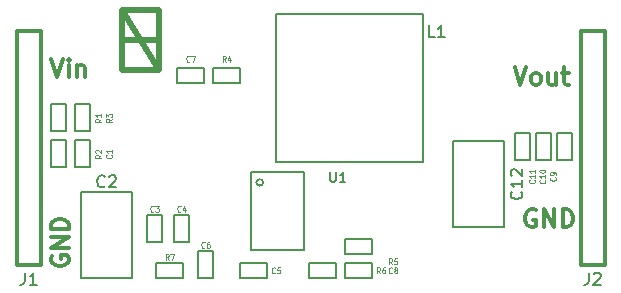
<source format=gto>
G04 (created by PCBNEW (2013-07-07 BZR 4022)-stable) date 9/14/2013 7:52:16 PM*
%MOIN*%
G04 Gerber Fmt 3.4, Leading zero omitted, Abs format*
%FSLAX34Y34*%
G01*
G70*
G90*
G04 APERTURE LIST*
%ADD10C,0.00590551*%
%ADD11C,0.011811*%
%ADD12C,0.02*%
%ADD13C,0.005*%
%ADD14C,0.012*%
%ADD15C,0.0045*%
%ADD16C,0.008*%
%ADD17C,0.0059*%
G04 APERTURE END LIST*
G54D10*
G54D11*
X49426Y-45449D02*
X49398Y-45506D01*
X49398Y-45590D01*
X49426Y-45674D01*
X49482Y-45731D01*
X49539Y-45759D01*
X49651Y-45787D01*
X49735Y-45787D01*
X49848Y-45759D01*
X49904Y-45731D01*
X49960Y-45674D01*
X49989Y-45590D01*
X49989Y-45534D01*
X49960Y-45449D01*
X49932Y-45421D01*
X49735Y-45421D01*
X49735Y-45534D01*
X49989Y-45168D02*
X49398Y-45168D01*
X49989Y-44831D01*
X49398Y-44831D01*
X49989Y-44550D02*
X49398Y-44550D01*
X49398Y-44409D01*
X49426Y-44325D01*
X49482Y-44268D01*
X49539Y-44240D01*
X49651Y-44212D01*
X49735Y-44212D01*
X49848Y-44240D01*
X49904Y-44268D01*
X49960Y-44325D01*
X49989Y-44409D01*
X49989Y-44550D01*
X64850Y-39148D02*
X65046Y-39739D01*
X65243Y-39148D01*
X65525Y-39739D02*
X65468Y-39710D01*
X65440Y-39682D01*
X65412Y-39626D01*
X65412Y-39457D01*
X65440Y-39401D01*
X65468Y-39373D01*
X65525Y-39345D01*
X65609Y-39345D01*
X65665Y-39373D01*
X65693Y-39401D01*
X65721Y-39457D01*
X65721Y-39626D01*
X65693Y-39682D01*
X65665Y-39710D01*
X65609Y-39739D01*
X65525Y-39739D01*
X66228Y-39345D02*
X66228Y-39739D01*
X65974Y-39345D02*
X65974Y-39654D01*
X66003Y-39710D01*
X66059Y-39739D01*
X66143Y-39739D01*
X66199Y-39710D01*
X66228Y-39682D01*
X66424Y-39345D02*
X66649Y-39345D01*
X66509Y-39148D02*
X66509Y-39654D01*
X66537Y-39710D01*
X66593Y-39739D01*
X66649Y-39739D01*
X65550Y-43926D02*
X65493Y-43898D01*
X65409Y-43898D01*
X65325Y-43926D01*
X65268Y-43982D01*
X65240Y-44039D01*
X65212Y-44151D01*
X65212Y-44235D01*
X65240Y-44348D01*
X65268Y-44404D01*
X65325Y-44460D01*
X65409Y-44489D01*
X65465Y-44489D01*
X65550Y-44460D01*
X65578Y-44432D01*
X65578Y-44235D01*
X65465Y-44235D01*
X65831Y-44489D02*
X65831Y-43898D01*
X66168Y-44489D01*
X66168Y-43898D01*
X66449Y-44489D02*
X66449Y-43898D01*
X66590Y-43898D01*
X66674Y-43926D01*
X66731Y-43982D01*
X66759Y-44039D01*
X66787Y-44151D01*
X66787Y-44235D01*
X66759Y-44348D01*
X66731Y-44404D01*
X66674Y-44460D01*
X66590Y-44489D01*
X66449Y-44489D01*
X49395Y-38898D02*
X49592Y-39489D01*
X49789Y-38898D01*
X49985Y-39489D02*
X49985Y-39095D01*
X49985Y-38898D02*
X49957Y-38926D01*
X49985Y-38954D01*
X50014Y-38926D01*
X49985Y-38898D01*
X49985Y-38954D01*
X50267Y-39095D02*
X50267Y-39489D01*
X50267Y-39151D02*
X50295Y-39123D01*
X50351Y-39095D01*
X50435Y-39095D01*
X50492Y-39123D01*
X50520Y-39179D01*
X50520Y-39489D01*
G54D12*
X51750Y-38250D02*
X53000Y-38250D01*
X51750Y-37250D02*
X53000Y-39250D01*
X51750Y-39250D02*
X51750Y-37250D01*
X53000Y-39250D02*
X51750Y-39250D01*
X53000Y-37250D02*
X53000Y-39250D01*
X51750Y-37250D02*
X53000Y-37250D01*
G54D10*
X56889Y-37389D02*
X56889Y-42310D01*
X56889Y-42310D02*
X61810Y-42310D01*
X61810Y-42310D02*
X61810Y-37389D01*
X61810Y-37389D02*
X56889Y-37389D01*
G54D13*
X66050Y-41350D02*
X66050Y-42250D01*
X66050Y-42250D02*
X65550Y-42250D01*
X65550Y-42250D02*
X65550Y-41350D01*
X65550Y-41350D02*
X66050Y-41350D01*
X49900Y-41600D02*
X49900Y-42500D01*
X49900Y-42500D02*
X49400Y-42500D01*
X49400Y-42500D02*
X49400Y-41600D01*
X49400Y-41600D02*
X49900Y-41600D01*
X50700Y-41600D02*
X50700Y-42500D01*
X50700Y-42500D02*
X50200Y-42500D01*
X50200Y-42500D02*
X50200Y-41600D01*
X50200Y-41600D02*
X50700Y-41600D01*
X49900Y-40400D02*
X49900Y-41300D01*
X49900Y-41300D02*
X49400Y-41300D01*
X49400Y-41300D02*
X49400Y-40400D01*
X49400Y-40400D02*
X49900Y-40400D01*
X54000Y-44100D02*
X54000Y-45000D01*
X54000Y-45000D02*
X53500Y-45000D01*
X53500Y-45000D02*
X53500Y-44100D01*
X53500Y-44100D02*
X54000Y-44100D01*
X53100Y-44100D02*
X53100Y-45000D01*
X53100Y-45000D02*
X52600Y-45000D01*
X52600Y-45000D02*
X52600Y-44100D01*
X52600Y-44100D02*
X53100Y-44100D01*
X54800Y-39200D02*
X55700Y-39200D01*
X55700Y-39200D02*
X55700Y-39700D01*
X55700Y-39700D02*
X54800Y-39700D01*
X54800Y-39700D02*
X54800Y-39200D01*
X65350Y-41350D02*
X65350Y-42250D01*
X65350Y-42250D02*
X64850Y-42250D01*
X64850Y-42250D02*
X64850Y-41350D01*
X64850Y-41350D02*
X65350Y-41350D01*
X50700Y-40400D02*
X50700Y-41300D01*
X50700Y-41300D02*
X50200Y-41300D01*
X50200Y-41300D02*
X50200Y-40400D01*
X50200Y-40400D02*
X50700Y-40400D01*
X58900Y-46200D02*
X58000Y-46200D01*
X58000Y-46200D02*
X58000Y-45700D01*
X58000Y-45700D02*
X58900Y-45700D01*
X58900Y-45700D02*
X58900Y-46200D01*
X60100Y-45400D02*
X59200Y-45400D01*
X59200Y-45400D02*
X59200Y-44900D01*
X59200Y-44900D02*
X60100Y-44900D01*
X60100Y-44900D02*
X60100Y-45400D01*
X53600Y-39200D02*
X54500Y-39200D01*
X54500Y-39200D02*
X54500Y-39700D01*
X54500Y-39700D02*
X53600Y-39700D01*
X53600Y-39700D02*
X53600Y-39200D01*
X54300Y-46200D02*
X54300Y-45300D01*
X54300Y-45300D02*
X54800Y-45300D01*
X54800Y-45300D02*
X54800Y-46200D01*
X54800Y-46200D02*
X54300Y-46200D01*
X55700Y-45700D02*
X56600Y-45700D01*
X56600Y-45700D02*
X56600Y-46200D01*
X56600Y-46200D02*
X55700Y-46200D01*
X55700Y-46200D02*
X55700Y-45700D01*
X60100Y-46200D02*
X59200Y-46200D01*
X59200Y-46200D02*
X59200Y-45700D01*
X59200Y-45700D02*
X60100Y-45700D01*
X60100Y-45700D02*
X60100Y-46200D01*
X66750Y-41350D02*
X66750Y-42250D01*
X66750Y-42250D02*
X66250Y-42250D01*
X66250Y-42250D02*
X66250Y-41350D01*
X66250Y-41350D02*
X66750Y-41350D01*
G54D14*
X48250Y-37950D02*
X49050Y-37950D01*
X49050Y-37950D02*
X49050Y-45750D01*
X49050Y-45750D02*
X48250Y-45750D01*
X48250Y-45750D02*
X48250Y-37950D01*
X67050Y-37950D02*
X67850Y-37950D01*
X67850Y-37950D02*
X67850Y-45750D01*
X67850Y-45750D02*
X67050Y-45750D01*
X67050Y-45750D02*
X67050Y-37950D01*
G54D13*
X57835Y-45249D02*
X57835Y-42650D01*
X57835Y-42650D02*
X56064Y-42650D01*
X56064Y-42650D02*
X56064Y-45249D01*
X56064Y-45249D02*
X57835Y-45249D01*
X56461Y-43000D02*
G75*
G03X56461Y-43000I-111J0D01*
G74*
G01*
G54D10*
X64496Y-41612D02*
X62803Y-41612D01*
X62803Y-41612D02*
X62803Y-44487D01*
X62803Y-44487D02*
X64496Y-44487D01*
X64496Y-44487D02*
X64496Y-41612D01*
X52096Y-43312D02*
X50403Y-43312D01*
X50403Y-43312D02*
X50403Y-46187D01*
X50403Y-46187D02*
X52096Y-46187D01*
X52096Y-46187D02*
X52096Y-43312D01*
G54D13*
X53800Y-46200D02*
X52900Y-46200D01*
X52900Y-46200D02*
X52900Y-45700D01*
X52900Y-45700D02*
X53800Y-45700D01*
X53800Y-45700D02*
X53800Y-46200D01*
G54D10*
X62184Y-38159D02*
X61996Y-38159D01*
X61996Y-37765D01*
X62521Y-38159D02*
X62296Y-38159D01*
X62409Y-38159D02*
X62409Y-37765D01*
X62371Y-37821D01*
X62334Y-37859D01*
X62296Y-37878D01*
G54D15*
X65861Y-42915D02*
X65871Y-42924D01*
X65880Y-42950D01*
X65880Y-42967D01*
X65871Y-42992D01*
X65852Y-43010D01*
X65833Y-43018D01*
X65795Y-43027D01*
X65766Y-43027D01*
X65728Y-43018D01*
X65709Y-43010D01*
X65690Y-42992D01*
X65680Y-42967D01*
X65680Y-42950D01*
X65690Y-42924D01*
X65700Y-42915D01*
X65880Y-42744D02*
X65880Y-42847D01*
X65880Y-42795D02*
X65680Y-42795D01*
X65709Y-42812D01*
X65728Y-42830D01*
X65738Y-42847D01*
X65680Y-42632D02*
X65680Y-42615D01*
X65690Y-42598D01*
X65700Y-42590D01*
X65719Y-42581D01*
X65757Y-42572D01*
X65804Y-42572D01*
X65842Y-42581D01*
X65861Y-42590D01*
X65871Y-42598D01*
X65880Y-42615D01*
X65880Y-42632D01*
X65871Y-42650D01*
X65861Y-42658D01*
X65842Y-42667D01*
X65804Y-42675D01*
X65757Y-42675D01*
X65719Y-42667D01*
X65700Y-42658D01*
X65690Y-42650D01*
X65680Y-42632D01*
X51080Y-42080D02*
X50985Y-42140D01*
X51080Y-42182D02*
X50880Y-42182D01*
X50880Y-42114D01*
X50890Y-42097D01*
X50900Y-42088D01*
X50919Y-42080D01*
X50947Y-42080D01*
X50966Y-42088D01*
X50976Y-42097D01*
X50985Y-42114D01*
X50985Y-42182D01*
X50900Y-42011D02*
X50890Y-42002D01*
X50880Y-41985D01*
X50880Y-41942D01*
X50890Y-41925D01*
X50900Y-41917D01*
X50919Y-41908D01*
X50938Y-41908D01*
X50966Y-41917D01*
X51080Y-42020D01*
X51080Y-41908D01*
X51411Y-42080D02*
X51421Y-42088D01*
X51430Y-42114D01*
X51430Y-42131D01*
X51421Y-42157D01*
X51402Y-42174D01*
X51383Y-42182D01*
X51345Y-42191D01*
X51316Y-42191D01*
X51278Y-42182D01*
X51259Y-42174D01*
X51240Y-42157D01*
X51230Y-42131D01*
X51230Y-42114D01*
X51240Y-42088D01*
X51250Y-42080D01*
X51430Y-41908D02*
X51430Y-42011D01*
X51430Y-41960D02*
X51230Y-41960D01*
X51259Y-41977D01*
X51278Y-41994D01*
X51288Y-42011D01*
X51080Y-40880D02*
X50985Y-40940D01*
X51080Y-40982D02*
X50880Y-40982D01*
X50880Y-40914D01*
X50890Y-40897D01*
X50900Y-40888D01*
X50919Y-40880D01*
X50947Y-40880D01*
X50966Y-40888D01*
X50976Y-40897D01*
X50985Y-40914D01*
X50985Y-40982D01*
X51080Y-40708D02*
X51080Y-40811D01*
X51080Y-40760D02*
X50880Y-40760D01*
X50909Y-40777D01*
X50928Y-40794D01*
X50938Y-40811D01*
X53720Y-43961D02*
X53711Y-43971D01*
X53685Y-43980D01*
X53668Y-43980D01*
X53642Y-43971D01*
X53625Y-43952D01*
X53617Y-43933D01*
X53608Y-43895D01*
X53608Y-43866D01*
X53617Y-43828D01*
X53625Y-43809D01*
X53642Y-43790D01*
X53668Y-43780D01*
X53685Y-43780D01*
X53711Y-43790D01*
X53720Y-43800D01*
X53874Y-43847D02*
X53874Y-43980D01*
X53831Y-43771D02*
X53788Y-43914D01*
X53900Y-43914D01*
X52820Y-43961D02*
X52811Y-43971D01*
X52785Y-43980D01*
X52768Y-43980D01*
X52742Y-43971D01*
X52725Y-43952D01*
X52717Y-43933D01*
X52708Y-43895D01*
X52708Y-43866D01*
X52717Y-43828D01*
X52725Y-43809D01*
X52742Y-43790D01*
X52768Y-43780D01*
X52785Y-43780D01*
X52811Y-43790D01*
X52820Y-43800D01*
X52880Y-43780D02*
X52991Y-43780D01*
X52931Y-43857D01*
X52957Y-43857D01*
X52974Y-43866D01*
X52982Y-43876D01*
X52991Y-43895D01*
X52991Y-43942D01*
X52982Y-43961D01*
X52974Y-43971D01*
X52957Y-43980D01*
X52905Y-43980D01*
X52888Y-43971D01*
X52880Y-43961D01*
X55220Y-38980D02*
X55160Y-38885D01*
X55117Y-38980D02*
X55117Y-38780D01*
X55185Y-38780D01*
X55202Y-38790D01*
X55211Y-38800D01*
X55220Y-38819D01*
X55220Y-38847D01*
X55211Y-38866D01*
X55202Y-38876D01*
X55185Y-38885D01*
X55117Y-38885D01*
X55374Y-38847D02*
X55374Y-38980D01*
X55331Y-38771D02*
X55288Y-38914D01*
X55400Y-38914D01*
X65511Y-42915D02*
X65521Y-42924D01*
X65530Y-42950D01*
X65530Y-42967D01*
X65521Y-42992D01*
X65502Y-43010D01*
X65483Y-43018D01*
X65445Y-43027D01*
X65416Y-43027D01*
X65378Y-43018D01*
X65359Y-43010D01*
X65340Y-42992D01*
X65330Y-42967D01*
X65330Y-42950D01*
X65340Y-42924D01*
X65350Y-42915D01*
X65530Y-42744D02*
X65530Y-42847D01*
X65530Y-42795D02*
X65330Y-42795D01*
X65359Y-42812D01*
X65378Y-42830D01*
X65388Y-42847D01*
X65530Y-42572D02*
X65530Y-42675D01*
X65530Y-42624D02*
X65330Y-42624D01*
X65359Y-42641D01*
X65378Y-42658D01*
X65388Y-42675D01*
X51430Y-40880D02*
X51335Y-40940D01*
X51430Y-40982D02*
X51230Y-40982D01*
X51230Y-40914D01*
X51240Y-40897D01*
X51250Y-40888D01*
X51269Y-40880D01*
X51297Y-40880D01*
X51316Y-40888D01*
X51326Y-40897D01*
X51335Y-40914D01*
X51335Y-40982D01*
X51230Y-40820D02*
X51230Y-40708D01*
X51307Y-40768D01*
X51307Y-40742D01*
X51316Y-40725D01*
X51326Y-40717D01*
X51345Y-40708D01*
X51392Y-40708D01*
X51411Y-40717D01*
X51421Y-40725D01*
X51430Y-40742D01*
X51430Y-40794D01*
X51421Y-40811D01*
X51411Y-40820D01*
X60370Y-46030D02*
X60310Y-45935D01*
X60267Y-46030D02*
X60267Y-45830D01*
X60335Y-45830D01*
X60352Y-45840D01*
X60361Y-45850D01*
X60370Y-45869D01*
X60370Y-45897D01*
X60361Y-45916D01*
X60352Y-45926D01*
X60335Y-45935D01*
X60267Y-45935D01*
X60524Y-45830D02*
X60490Y-45830D01*
X60472Y-45840D01*
X60464Y-45850D01*
X60447Y-45878D01*
X60438Y-45916D01*
X60438Y-45992D01*
X60447Y-46011D01*
X60455Y-46021D01*
X60472Y-46030D01*
X60507Y-46030D01*
X60524Y-46021D01*
X60532Y-46011D01*
X60541Y-45992D01*
X60541Y-45945D01*
X60532Y-45926D01*
X60524Y-45916D01*
X60507Y-45907D01*
X60472Y-45907D01*
X60455Y-45916D01*
X60447Y-45926D01*
X60438Y-45945D01*
X60770Y-45730D02*
X60710Y-45635D01*
X60667Y-45730D02*
X60667Y-45530D01*
X60735Y-45530D01*
X60752Y-45540D01*
X60761Y-45550D01*
X60770Y-45569D01*
X60770Y-45597D01*
X60761Y-45616D01*
X60752Y-45626D01*
X60735Y-45635D01*
X60667Y-45635D01*
X60932Y-45530D02*
X60847Y-45530D01*
X60838Y-45626D01*
X60847Y-45616D01*
X60864Y-45607D01*
X60907Y-45607D01*
X60924Y-45616D01*
X60932Y-45626D01*
X60941Y-45645D01*
X60941Y-45692D01*
X60932Y-45711D01*
X60924Y-45721D01*
X60907Y-45730D01*
X60864Y-45730D01*
X60847Y-45721D01*
X60838Y-45711D01*
X54020Y-38961D02*
X54011Y-38971D01*
X53985Y-38980D01*
X53968Y-38980D01*
X53942Y-38971D01*
X53925Y-38952D01*
X53917Y-38933D01*
X53908Y-38895D01*
X53908Y-38866D01*
X53917Y-38828D01*
X53925Y-38809D01*
X53942Y-38790D01*
X53968Y-38780D01*
X53985Y-38780D01*
X54011Y-38790D01*
X54020Y-38800D01*
X54080Y-38780D02*
X54200Y-38780D01*
X54122Y-38980D01*
X54520Y-45161D02*
X54511Y-45171D01*
X54485Y-45180D01*
X54468Y-45180D01*
X54442Y-45171D01*
X54425Y-45152D01*
X54417Y-45133D01*
X54408Y-45095D01*
X54408Y-45066D01*
X54417Y-45028D01*
X54425Y-45009D01*
X54442Y-44990D01*
X54468Y-44980D01*
X54485Y-44980D01*
X54511Y-44990D01*
X54520Y-45000D01*
X54674Y-44980D02*
X54640Y-44980D01*
X54622Y-44990D01*
X54614Y-45000D01*
X54597Y-45028D01*
X54588Y-45066D01*
X54588Y-45142D01*
X54597Y-45161D01*
X54605Y-45171D01*
X54622Y-45180D01*
X54657Y-45180D01*
X54674Y-45171D01*
X54682Y-45161D01*
X54691Y-45142D01*
X54691Y-45095D01*
X54682Y-45076D01*
X54674Y-45066D01*
X54657Y-45057D01*
X54622Y-45057D01*
X54605Y-45066D01*
X54597Y-45076D01*
X54588Y-45095D01*
X56870Y-46011D02*
X56861Y-46021D01*
X56835Y-46030D01*
X56818Y-46030D01*
X56792Y-46021D01*
X56775Y-46002D01*
X56767Y-45983D01*
X56758Y-45945D01*
X56758Y-45916D01*
X56767Y-45878D01*
X56775Y-45859D01*
X56792Y-45840D01*
X56818Y-45830D01*
X56835Y-45830D01*
X56861Y-45840D01*
X56870Y-45850D01*
X57032Y-45830D02*
X56947Y-45830D01*
X56938Y-45926D01*
X56947Y-45916D01*
X56964Y-45907D01*
X57007Y-45907D01*
X57024Y-45916D01*
X57032Y-45926D01*
X57041Y-45945D01*
X57041Y-45992D01*
X57032Y-46011D01*
X57024Y-46021D01*
X57007Y-46030D01*
X56964Y-46030D01*
X56947Y-46021D01*
X56938Y-46011D01*
X60770Y-46011D02*
X60761Y-46021D01*
X60735Y-46030D01*
X60718Y-46030D01*
X60692Y-46021D01*
X60675Y-46002D01*
X60667Y-45983D01*
X60658Y-45945D01*
X60658Y-45916D01*
X60667Y-45878D01*
X60675Y-45859D01*
X60692Y-45840D01*
X60718Y-45830D01*
X60735Y-45830D01*
X60761Y-45840D01*
X60770Y-45850D01*
X60872Y-45916D02*
X60855Y-45907D01*
X60847Y-45897D01*
X60838Y-45878D01*
X60838Y-45869D01*
X60847Y-45850D01*
X60855Y-45840D01*
X60872Y-45830D01*
X60907Y-45830D01*
X60924Y-45840D01*
X60932Y-45850D01*
X60941Y-45869D01*
X60941Y-45878D01*
X60932Y-45897D01*
X60924Y-45907D01*
X60907Y-45916D01*
X60872Y-45916D01*
X60855Y-45926D01*
X60847Y-45935D01*
X60838Y-45954D01*
X60838Y-45992D01*
X60847Y-46011D01*
X60855Y-46021D01*
X60872Y-46030D01*
X60907Y-46030D01*
X60924Y-46021D01*
X60932Y-46011D01*
X60941Y-45992D01*
X60941Y-45954D01*
X60932Y-45935D01*
X60924Y-45926D01*
X60907Y-45916D01*
X66211Y-42830D02*
X66221Y-42838D01*
X66230Y-42864D01*
X66230Y-42881D01*
X66221Y-42907D01*
X66202Y-42924D01*
X66183Y-42932D01*
X66145Y-42941D01*
X66116Y-42941D01*
X66078Y-42932D01*
X66059Y-42924D01*
X66040Y-42907D01*
X66030Y-42881D01*
X66030Y-42864D01*
X66040Y-42838D01*
X66050Y-42830D01*
X66230Y-42744D02*
X66230Y-42710D01*
X66221Y-42692D01*
X66211Y-42684D01*
X66183Y-42667D01*
X66145Y-42658D01*
X66069Y-42658D01*
X66050Y-42667D01*
X66040Y-42675D01*
X66030Y-42692D01*
X66030Y-42727D01*
X66040Y-42744D01*
X66050Y-42752D01*
X66069Y-42761D01*
X66116Y-42761D01*
X66135Y-42752D01*
X66145Y-42744D01*
X66154Y-42727D01*
X66154Y-42692D01*
X66145Y-42675D01*
X66135Y-42667D01*
X66116Y-42658D01*
G54D16*
X48516Y-46011D02*
X48516Y-46297D01*
X48497Y-46354D01*
X48459Y-46392D01*
X48402Y-46411D01*
X48364Y-46411D01*
X48916Y-46411D02*
X48688Y-46411D01*
X48802Y-46411D02*
X48802Y-46011D01*
X48764Y-46069D01*
X48726Y-46107D01*
X48688Y-46126D01*
X67316Y-46011D02*
X67316Y-46297D01*
X67297Y-46354D01*
X67259Y-46392D01*
X67202Y-46411D01*
X67164Y-46411D01*
X67488Y-46050D02*
X67507Y-46030D01*
X67545Y-46011D01*
X67640Y-46011D01*
X67678Y-46030D01*
X67697Y-46050D01*
X67716Y-46088D01*
X67716Y-46126D01*
X67697Y-46183D01*
X67469Y-46411D01*
X67716Y-46411D01*
G54D17*
X58710Y-42662D02*
X58710Y-42917D01*
X58725Y-42947D01*
X58740Y-42962D01*
X58770Y-42977D01*
X58830Y-42977D01*
X58860Y-42962D01*
X58875Y-42947D01*
X58890Y-42917D01*
X58890Y-42662D01*
X59205Y-42977D02*
X59025Y-42977D01*
X59115Y-42977D02*
X59115Y-42662D01*
X59085Y-42707D01*
X59055Y-42737D01*
X59025Y-42752D01*
G54D10*
X65071Y-43303D02*
X65090Y-43321D01*
X65109Y-43378D01*
X65109Y-43415D01*
X65090Y-43471D01*
X65053Y-43509D01*
X65015Y-43528D01*
X64940Y-43546D01*
X64884Y-43546D01*
X64809Y-43528D01*
X64771Y-43509D01*
X64734Y-43471D01*
X64715Y-43415D01*
X64715Y-43378D01*
X64734Y-43321D01*
X64753Y-43303D01*
X65109Y-42928D02*
X65109Y-43153D01*
X65109Y-43040D02*
X64715Y-43040D01*
X64771Y-43078D01*
X64809Y-43115D01*
X64828Y-43153D01*
X64753Y-42778D02*
X64734Y-42759D01*
X64715Y-42721D01*
X64715Y-42628D01*
X64734Y-42590D01*
X64753Y-42571D01*
X64790Y-42553D01*
X64828Y-42553D01*
X64884Y-42571D01*
X65109Y-42796D01*
X65109Y-42553D01*
X51184Y-43121D02*
X51165Y-43140D01*
X51109Y-43159D01*
X51071Y-43159D01*
X51015Y-43140D01*
X50978Y-43103D01*
X50959Y-43065D01*
X50940Y-42990D01*
X50940Y-42934D01*
X50959Y-42859D01*
X50978Y-42821D01*
X51015Y-42784D01*
X51071Y-42765D01*
X51109Y-42765D01*
X51165Y-42784D01*
X51184Y-42803D01*
X51334Y-42803D02*
X51353Y-42784D01*
X51390Y-42765D01*
X51484Y-42765D01*
X51521Y-42784D01*
X51540Y-42803D01*
X51559Y-42840D01*
X51559Y-42878D01*
X51540Y-42934D01*
X51315Y-43159D01*
X51559Y-43159D01*
G54D15*
X53320Y-45580D02*
X53260Y-45485D01*
X53217Y-45580D02*
X53217Y-45380D01*
X53285Y-45380D01*
X53302Y-45390D01*
X53311Y-45400D01*
X53320Y-45419D01*
X53320Y-45447D01*
X53311Y-45466D01*
X53302Y-45476D01*
X53285Y-45485D01*
X53217Y-45485D01*
X53380Y-45380D02*
X53500Y-45380D01*
X53422Y-45580D01*
M02*

</source>
